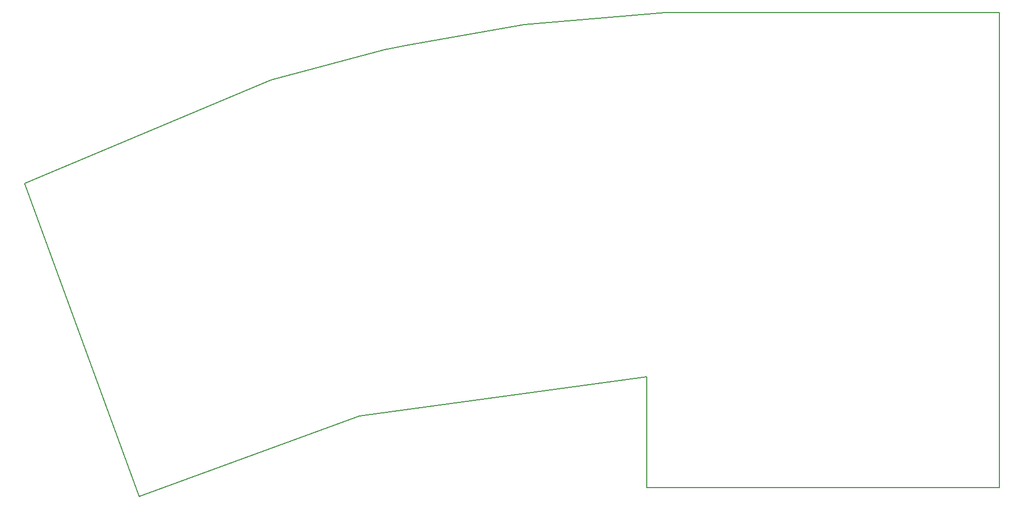
<source format=gbr>
%TF.GenerationSoftware,KiCad,Pcbnew,7.0.2*%
%TF.CreationDate,2023-07-05T19:02:59-04:00*%
%TF.ProjectId,paul,7061756c-2e6b-4696-9361-645f70636258,v1.0.0*%
%TF.SameCoordinates,Original*%
%TF.FileFunction,Profile,NP*%
%FSLAX46Y46*%
G04 Gerber Fmt 4.6, Leading zero omitted, Abs format (unit mm)*
G04 Created by KiCad (PCBNEW 7.0.2) date 2023-07-05 19:02:59*
%MOMM*%
%LPD*%
G01*
G04 APERTURE LIST*
%TA.AperFunction,Profile*%
%ADD10C,0.150000*%
%TD*%
G04 APERTURE END LIST*
D10*
X90670503Y-137387839D02*
X72201417Y-86644443D01*
X72201417Y-86644443D02*
X112029140Y-69886164D01*
X112029140Y-69886164D02*
X130381725Y-64968600D01*
X130381725Y-64968600D02*
X134293860Y-64275716D01*
X134293860Y-64275716D02*
X153005205Y-60976396D01*
X153005205Y-60976396D02*
X156962840Y-60627113D01*
X156962840Y-60627113D02*
X175890541Y-58971161D01*
X175890541Y-58971161D02*
X179863552Y-58968134D01*
X179863552Y-58968134D02*
X229863550Y-58968135D01*
X229863555Y-135968130D02*
X229863550Y-58968135D01*
X229863555Y-135968130D02*
X172863551Y-135968131D01*
X172863551Y-135968131D02*
X172863546Y-117968136D01*
X172863546Y-117968136D02*
X126378830Y-124391076D01*
X126378830Y-124391076D02*
X90670503Y-137387839D01*
M02*

</source>
